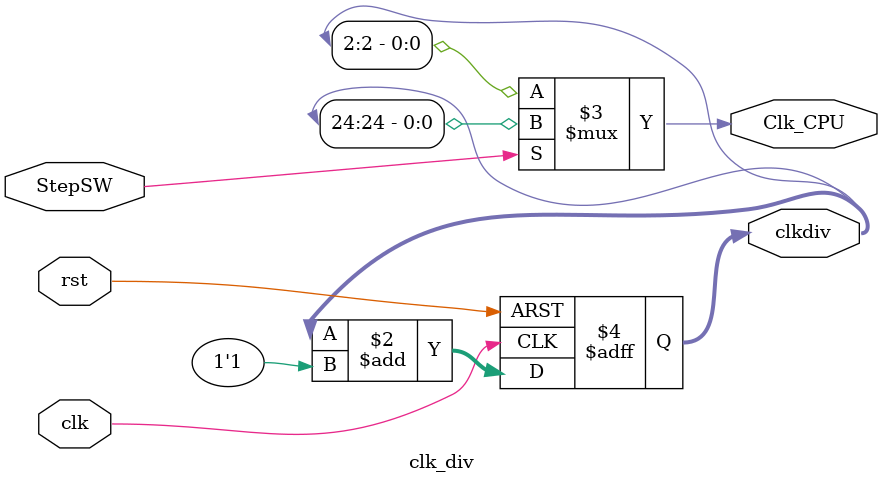
<source format=v>
`timescale 1ns / 1ps
module clk_div(input clk,
					input rst,
					input StepSW,
					output reg[31:0]clkdiv,
					output Clk_CPU
					);
					
// Clock divider-Ê±ÖÓ·ÖÆµÆ÷


	always @ (posedge clk or posedge rst) begin 
		if (rst) clkdiv <= 0; 
		else clkdiv <= clkdiv + 1'b1; 
	end
		
	assign Clk_CPU = ( StepSW ) ? clkdiv[24] : clkdiv[2];	// Full speed: clk/8
		
endmodule

</source>
